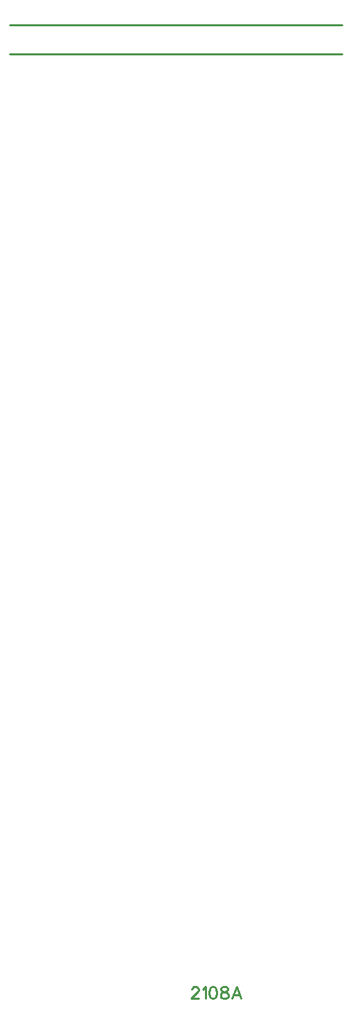
<source format=gto>
G04 Layer: TopSilkscreenLayer*
G04 EasyEDA v6.5.29, 2023-07-18 11:26:45*
G04 4862ed4757ed486f9a68419d8781b586,5a6b42c53f6a479593ecc07194224c93,10*
G04 Gerber Generator version 0.2*
G04 Scale: 100 percent, Rotated: No, Reflected: No *
G04 Dimensions in millimeters *
G04 leading zeros omitted , absolute positions ,4 integer and 5 decimal *
%FSLAX45Y45*%
%MOMM*%

%ADD10C,0.2540*%

%LPD*%
D10*
X2229358Y384047D02*
G01*
X2229358Y390905D01*
X2236215Y404368D01*
X2243074Y411226D01*
X2256536Y418084D01*
X2283968Y418084D01*
X2297429Y411226D01*
X2304288Y404368D01*
X2311145Y390905D01*
X2311145Y377189D01*
X2304288Y363473D01*
X2290572Y343154D01*
X2222500Y274828D01*
X2318004Y274828D01*
X2362961Y390905D02*
G01*
X2376677Y397510D01*
X2396997Y418084D01*
X2396997Y274828D01*
X2482850Y418084D02*
G01*
X2462529Y411226D01*
X2448813Y390905D01*
X2441956Y356615D01*
X2441956Y336295D01*
X2448813Y302260D01*
X2462529Y281686D01*
X2482850Y274828D01*
X2496565Y274828D01*
X2517140Y281686D01*
X2530602Y302260D01*
X2537459Y336295D01*
X2537459Y356615D01*
X2530602Y390905D01*
X2517140Y411226D01*
X2496565Y418084D01*
X2482850Y418084D01*
X2616708Y418084D02*
G01*
X2596134Y411226D01*
X2589275Y397510D01*
X2589275Y384047D01*
X2596134Y370331D01*
X2609850Y363473D01*
X2637027Y356615D01*
X2657602Y349757D01*
X2671063Y336295D01*
X2677922Y322579D01*
X2677922Y302260D01*
X2671063Y288544D01*
X2664206Y281686D01*
X2643886Y274828D01*
X2616708Y274828D01*
X2596134Y281686D01*
X2589275Y288544D01*
X2582418Y302260D01*
X2582418Y322579D01*
X2589275Y336295D01*
X2602991Y349757D01*
X2623311Y356615D01*
X2650743Y363473D01*
X2664206Y370331D01*
X2671063Y384047D01*
X2671063Y397510D01*
X2664206Y411226D01*
X2643886Y418084D01*
X2616708Y418084D01*
X2777490Y418084D02*
G01*
X2722879Y274828D01*
X2777490Y418084D02*
G01*
X2832100Y274828D01*
X2743454Y322579D02*
G01*
X2811525Y322579D01*
X0Y11823700D02*
G01*
X4064000Y11823700D01*
X0Y12179300D02*
G01*
X4064000Y12179300D01*
M02*

</source>
